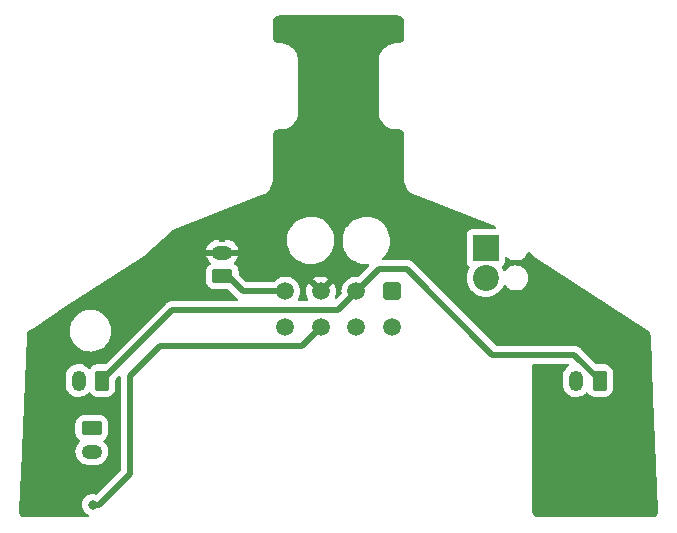
<source format=gbr>
%TF.GenerationSoftware,KiCad,Pcbnew,(6.0.0)*%
%TF.CreationDate,2023-10-09T13:50:17-07:00*%
%TF.ProjectId,minisb_bowden,6d696e69-7362-45f6-926f-7764656e2e6b,rev?*%
%TF.SameCoordinates,Original*%
%TF.FileFunction,Copper,L1,Top*%
%TF.FilePolarity,Positive*%
%FSLAX46Y46*%
G04 Gerber Fmt 4.6, Leading zero omitted, Abs format (unit mm)*
G04 Created by KiCad (PCBNEW (6.0.0)) date 2023-10-09 13:50:17*
%MOMM*%
%LPD*%
G01*
G04 APERTURE LIST*
G04 Aperture macros list*
%AMRoundRect*
0 Rectangle with rounded corners*
0 $1 Rounding radius*
0 $2 $3 $4 $5 $6 $7 $8 $9 X,Y pos of 4 corners*
0 Add a 4 corners polygon primitive as box body*
4,1,4,$2,$3,$4,$5,$6,$7,$8,$9,$2,$3,0*
0 Add four circle primitives for the rounded corners*
1,1,$1+$1,$2,$3*
1,1,$1+$1,$4,$5*
1,1,$1+$1,$6,$7*
1,1,$1+$1,$8,$9*
0 Add four rect primitives between the rounded corners*
20,1,$1+$1,$2,$3,$4,$5,0*
20,1,$1+$1,$4,$5,$6,$7,0*
20,1,$1+$1,$6,$7,$8,$9,0*
20,1,$1+$1,$8,$9,$2,$3,0*%
G04 Aperture macros list end*
%TA.AperFunction,ComponentPad*%
%ADD10RoundRect,0.250000X-0.625000X0.350000X-0.625000X-0.350000X0.625000X-0.350000X0.625000X0.350000X0*%
%TD*%
%TA.AperFunction,ComponentPad*%
%ADD11O,1.750000X1.200000*%
%TD*%
%TA.AperFunction,ComponentPad*%
%ADD12R,2.200000X2.200000*%
%TD*%
%TA.AperFunction,ComponentPad*%
%ADD13C,2.200000*%
%TD*%
%TA.AperFunction,ComponentPad*%
%ADD14RoundRect,0.250000X0.625000X-0.350000X0.625000X0.350000X-0.625000X0.350000X-0.625000X-0.350000X0*%
%TD*%
%TA.AperFunction,ComponentPad*%
%ADD15RoundRect,0.250000X0.500000X0.500000X-0.500000X0.500000X-0.500000X-0.500000X0.500000X-0.500000X0*%
%TD*%
%TA.AperFunction,ComponentPad*%
%ADD16C,1.500000*%
%TD*%
%TA.AperFunction,ComponentPad*%
%ADD17RoundRect,0.250000X0.350000X0.625000X-0.350000X0.625000X-0.350000X-0.625000X0.350000X-0.625000X0*%
%TD*%
%TA.AperFunction,ComponentPad*%
%ADD18O,1.200000X1.750000*%
%TD*%
%TA.AperFunction,ViaPad*%
%ADD19C,0.800000*%
%TD*%
%TA.AperFunction,Conductor*%
%ADD20C,0.500000*%
%TD*%
%TA.AperFunction,Conductor*%
%ADD21C,0.250000*%
%TD*%
G04 APERTURE END LIST*
D10*
%TO.P,HEF,1*%
%TO.N,24v*%
X104960000Y-101580000D03*
D11*
%TO.P,HEF,2*%
%TO.N,HEF*%
X104960000Y-103580000D03*
%TD*%
D12*
%TO.P,HE0,1*%
%TO.N,24v*%
X138310000Y-86320000D03*
D13*
%TO.P,HE0,2*%
%TO.N,HE0*%
X138310000Y-88860000D03*
%TD*%
D14*
%TO.P,TH0,1*%
%TO.N,TH0*%
X116000000Y-88710000D03*
D11*
%TO.P,TH0,2*%
%TO.N,GND*%
X116000000Y-86710000D03*
%TD*%
D15*
%TO.P,MCU,1*%
%TO.N,24v*%
X130352500Y-90000000D03*
D16*
%TO.P,MCU,2*%
%TO.N,PCF*%
X127352500Y-90000000D03*
%TO.P,MCU,3*%
%TO.N,GND*%
X124352500Y-90000000D03*
%TO.P,MCU,4*%
%TO.N,TH0*%
X121352500Y-90000000D03*
%TO.P,MCU,5*%
%TO.N,HE0*%
X130352500Y-93000000D03*
%TO.P,MCU,6*%
%TO.N,LED*%
X127352500Y-93000000D03*
%TO.P,MCU,7*%
%TO.N,5v*%
X124352500Y-93000000D03*
%TO.P,MCU,8*%
%TO.N,HEF*%
X121352500Y-93000000D03*
%TD*%
D17*
%TO.P,PCF,1*%
%TO.N,PCF*%
X147950000Y-97540000D03*
X147950000Y-97540000D03*
D18*
%TO.P,PCF,2*%
%TO.N,24v*%
X145950000Y-97540000D03*
X145950000Y-97540000D03*
%TD*%
D17*
%TO.P,PCF,1*%
%TO.N,PCF*%
X105840000Y-97540000D03*
D18*
%TO.P,PCF,2*%
%TO.N,24v*%
X103840000Y-97540000D03*
%TD*%
D19*
%TO.N,5v*%
X105020000Y-108060000D03*
%TO.N,GND*%
X100650000Y-96230000D03*
X143280000Y-104790000D03*
%TD*%
D20*
%TO.N,24v*%
X145620000Y-97540000D02*
X145950000Y-97540000D01*
D21*
X138540000Y-86350000D02*
X138340000Y-86350000D01*
X138340000Y-86350000D02*
X138310000Y-86320000D01*
D20*
%TO.N,5v*%
X110730000Y-94630000D02*
X122760000Y-94630000D01*
X108190000Y-97170000D02*
X110730000Y-94630000D01*
X105020000Y-108060000D02*
X105590000Y-108060000D01*
X108190000Y-105460000D02*
X108190000Y-97170000D01*
X105590000Y-108060000D02*
X108190000Y-105460000D01*
X122760000Y-94630000D02*
X124390000Y-93000000D01*
%TO.N,PCF*%
X105840000Y-97500000D02*
X111760000Y-91580000D01*
X138880000Y-95350000D02*
X145800000Y-95350000D01*
X125810000Y-91580000D02*
X127390000Y-90000000D01*
X145800000Y-95350000D02*
X147950000Y-97500000D01*
X127390000Y-90000000D02*
X129290000Y-88100000D01*
X129290000Y-88100000D02*
X131630000Y-88100000D01*
X111760000Y-91580000D02*
X125810000Y-91580000D01*
X147950000Y-97500000D02*
X147950000Y-97540000D01*
X131630000Y-88100000D02*
X138880000Y-95350000D01*
%TO.N,TH0*%
X121390000Y-90000000D02*
X117770000Y-90000000D01*
X117770000Y-90000000D02*
X116480000Y-88710000D01*
%TO.N,GND*%
X127100000Y-82910000D02*
X131750000Y-82910000D01*
X104290000Y-91050000D02*
X100650000Y-94690000D01*
X140440000Y-94190000D02*
X148100000Y-94190000D01*
X148100000Y-94190000D02*
X150250000Y-96340000D01*
X135540000Y-89290000D02*
X140440000Y-94190000D01*
X135540000Y-86700000D02*
X135540000Y-89290000D01*
X150250000Y-96340000D02*
X150250000Y-101160000D01*
X121100000Y-86710000D02*
X116480000Y-86710000D01*
X124352500Y-90000000D02*
X125980000Y-88372500D01*
X100650000Y-94690000D02*
X100650000Y-96230000D01*
X116000000Y-86710000D02*
X111250000Y-86710000D01*
X125980000Y-84030000D02*
X127100000Y-82910000D01*
X143290000Y-104800000D02*
X143280000Y-104790000D01*
X125980000Y-88372500D02*
X125980000Y-84030000D01*
X106910000Y-91050000D02*
X104290000Y-91050000D01*
X146610000Y-104800000D02*
X143290000Y-104800000D01*
X124390000Y-90000000D02*
X121100000Y-86710000D01*
X150250000Y-101160000D02*
X146610000Y-104800000D01*
X131750000Y-82910000D02*
X135540000Y-86700000D01*
X111250000Y-86710000D02*
X106910000Y-91050000D01*
%TD*%
%TA.AperFunction,Conductor*%
%TO.N,GND*%
G36*
X125413351Y-66634844D02*
G01*
X130868547Y-66634846D01*
X130887931Y-66636346D01*
X130902733Y-66638651D01*
X130902736Y-66638651D01*
X130911606Y-66640032D01*
X130920508Y-66638868D01*
X130920511Y-66638868D01*
X130920607Y-66638855D01*
X130951046Y-66638584D01*
X131013248Y-66645592D01*
X131040754Y-66651870D01*
X131117945Y-66678879D01*
X131143367Y-66691122D01*
X131158939Y-66700906D01*
X131212611Y-66734630D01*
X131234670Y-66752222D01*
X131292492Y-66810044D01*
X131310085Y-66832104D01*
X131331840Y-66866728D01*
X131353595Y-66901351D01*
X131365836Y-66926771D01*
X131392844Y-67003956D01*
X131399123Y-67031463D01*
X131405391Y-67087091D01*
X131406174Y-67102741D01*
X131406064Y-67111696D01*
X131404683Y-67120568D01*
X131405847Y-67129471D01*
X131405847Y-67129476D01*
X131408805Y-67152100D01*
X131409869Y-67168436D01*
X131409872Y-68440029D01*
X131408371Y-68459417D01*
X131406067Y-68474209D01*
X131406067Y-68474218D01*
X131404686Y-68483086D01*
X131405863Y-68492088D01*
X131406134Y-68522526D01*
X131399124Y-68584733D01*
X131392845Y-68612239D01*
X131365835Y-68689429D01*
X131353593Y-68714850D01*
X131310082Y-68784097D01*
X131292490Y-68806156D01*
X131234665Y-68863981D01*
X131212607Y-68881572D01*
X131177982Y-68903329D01*
X131143358Y-68925084D01*
X131117939Y-68937325D01*
X131040748Y-68964336D01*
X131013242Y-68970614D01*
X130957612Y-68976883D01*
X130941964Y-68977667D01*
X130933009Y-68977558D01*
X130924135Y-68976176D01*
X130895108Y-68979972D01*
X130892615Y-68980298D01*
X130876277Y-68981362D01*
X130812109Y-68981362D01*
X130791206Y-68979616D01*
X130777683Y-68977341D01*
X130776233Y-68977097D01*
X130776232Y-68977097D01*
X130771442Y-68976291D01*
X130765143Y-68976214D01*
X130763762Y-68976197D01*
X130763758Y-68976197D01*
X130758903Y-68976138D01*
X130744181Y-68978247D01*
X130735313Y-68979197D01*
X130557333Y-68991925D01*
X130543743Y-68992897D01*
X130539351Y-68993852D01*
X130539347Y-68993853D01*
X130458385Y-69011465D01*
X130332963Y-69038748D01*
X130130853Y-69114130D01*
X129941529Y-69217508D01*
X129768845Y-69346778D01*
X129616315Y-69499308D01*
X129487045Y-69671992D01*
X129383667Y-69861316D01*
X129308285Y-70063426D01*
X129262434Y-70274206D01*
X129262113Y-70278696D01*
X129249936Y-70448961D01*
X129248512Y-70460871D01*
X129245828Y-70476827D01*
X129245675Y-70489366D01*
X129247470Y-70501896D01*
X129249626Y-70516953D01*
X129250899Y-70534816D01*
X129250899Y-74711121D01*
X129249153Y-74732026D01*
X129245828Y-74751789D01*
X129245675Y-74764328D01*
X129247785Y-74779062D01*
X129248734Y-74787909D01*
X129254877Y-74873810D01*
X129262114Y-74974994D01*
X129262435Y-74979488D01*
X129308287Y-75190267D01*
X129309854Y-75194469D01*
X129309856Y-75194475D01*
X129354332Y-75313719D01*
X129383670Y-75392376D01*
X129487048Y-75581699D01*
X129489749Y-75585307D01*
X129613613Y-75750768D01*
X129616318Y-75754382D01*
X129768848Y-75906911D01*
X129941533Y-76036179D01*
X130130856Y-76139556D01*
X130135062Y-76141125D01*
X130135067Y-76141127D01*
X130310988Y-76206740D01*
X130332965Y-76214937D01*
X130518604Y-76255319D01*
X130539323Y-76259826D01*
X130543745Y-76260788D01*
X130548232Y-76261109D01*
X130548233Y-76261109D01*
X130570425Y-76262696D01*
X130718507Y-76273285D01*
X130730417Y-76274710D01*
X130741564Y-76276586D01*
X130741575Y-76276587D01*
X130746366Y-76277393D01*
X130752721Y-76277471D01*
X130754046Y-76277487D01*
X130754050Y-76277487D01*
X130758905Y-76277546D01*
X130786482Y-76273596D01*
X130804340Y-76272324D01*
X130835123Y-76272326D01*
X130868531Y-76272328D01*
X130887908Y-76273828D01*
X130902723Y-76276135D01*
X130902728Y-76276135D01*
X130911596Y-76277516D01*
X130920499Y-76276352D01*
X130920502Y-76276352D01*
X130920596Y-76276340D01*
X130951040Y-76276068D01*
X131013240Y-76283076D01*
X131040745Y-76289354D01*
X131117944Y-76316368D01*
X131143357Y-76328607D01*
X131212599Y-76372115D01*
X131212604Y-76372118D01*
X131234663Y-76389710D01*
X131292487Y-76447534D01*
X131310077Y-76469589D01*
X131353591Y-76538841D01*
X131365831Y-76564258D01*
X131392844Y-76641454D01*
X131399122Y-76668959D01*
X131405390Y-76724577D01*
X131406174Y-76740226D01*
X131406065Y-76749186D01*
X131404683Y-76758060D01*
X131406324Y-76770605D01*
X131408805Y-76789578D01*
X131409869Y-76805917D01*
X131409868Y-80389156D01*
X131408122Y-80410057D01*
X131404797Y-80429823D01*
X131404644Y-80442362D01*
X131405333Y-80447177D01*
X131405334Y-80447185D01*
X131406141Y-80452820D01*
X131407058Y-80461232D01*
X131407594Y-80468363D01*
X131422635Y-80668433D01*
X131473236Y-80889423D01*
X131474969Y-80893824D01*
X131474971Y-80893830D01*
X131482553Y-80913083D01*
X131556305Y-81100365D01*
X131669976Y-81296519D01*
X131672931Y-81300209D01*
X131672936Y-81300216D01*
X131808735Y-81469781D01*
X131811693Y-81473474D01*
X131978272Y-81627255D01*
X132165969Y-81754405D01*
X132170231Y-81756439D01*
X132170232Y-81756440D01*
X132336640Y-81835872D01*
X132346818Y-81841317D01*
X132358570Y-81848314D01*
X132364030Y-81850510D01*
X132365686Y-81851177D01*
X132365691Y-81851179D01*
X132370204Y-81852994D01*
X132374945Y-81854095D01*
X132374953Y-81854097D01*
X132397357Y-81859298D01*
X132414466Y-81864575D01*
X139120432Y-84468041D01*
X139176696Y-84511341D01*
X139200619Y-84578186D01*
X139184604Y-84647353D01*
X139133738Y-84696882D01*
X139074831Y-84711500D01*
X137161866Y-84711500D01*
X137099684Y-84718255D01*
X136963295Y-84769385D01*
X136846739Y-84856739D01*
X136759385Y-84973295D01*
X136708255Y-85109684D01*
X136701500Y-85171866D01*
X136701500Y-87468134D01*
X136708255Y-87530316D01*
X136759385Y-87666705D01*
X136846739Y-87783261D01*
X136894906Y-87819360D01*
X136917046Y-87835953D01*
X136959560Y-87892813D01*
X136964585Y-87963631D01*
X136948913Y-88002614D01*
X136928421Y-88036054D01*
X136872384Y-88127498D01*
X136870491Y-88132068D01*
X136870489Y-88132072D01*
X136796955Y-88309600D01*
X136775495Y-88361409D01*
X136774340Y-88366221D01*
X136723563Y-88577724D01*
X136716391Y-88607597D01*
X136696526Y-88860000D01*
X136716391Y-89112403D01*
X136717545Y-89117210D01*
X136717546Y-89117216D01*
X136741302Y-89216166D01*
X136775495Y-89358591D01*
X136777388Y-89363162D01*
X136777389Y-89363164D01*
X136870488Y-89587924D01*
X136872384Y-89592502D01*
X137004672Y-89808376D01*
X137169102Y-90000898D01*
X137361624Y-90165328D01*
X137577498Y-90297616D01*
X137582068Y-90299509D01*
X137582072Y-90299511D01*
X137806836Y-90392611D01*
X137811409Y-90394505D01*
X137896032Y-90414821D01*
X138052784Y-90452454D01*
X138052790Y-90452455D01*
X138057597Y-90453609D01*
X138310000Y-90473474D01*
X138562403Y-90453609D01*
X138567210Y-90452455D01*
X138567216Y-90452454D01*
X138723968Y-90414821D01*
X138808591Y-90394505D01*
X138813164Y-90392611D01*
X139037928Y-90299511D01*
X139037932Y-90299509D01*
X139042502Y-90297616D01*
X139258376Y-90165328D01*
X139450898Y-90000898D01*
X139615328Y-89808376D01*
X139747616Y-89592502D01*
X139749511Y-89587928D01*
X139749513Y-89587924D01*
X139779492Y-89515546D01*
X139824040Y-89460264D01*
X139891403Y-89437843D01*
X139960194Y-89455401D01*
X139994097Y-89484811D01*
X140086206Y-89599371D01*
X140086211Y-89599376D01*
X140090071Y-89604177D01*
X140094788Y-89608135D01*
X140094790Y-89608137D01*
X140171937Y-89672871D01*
X140249089Y-89737609D01*
X140254481Y-89740573D01*
X140254485Y-89740576D01*
X140425598Y-89834646D01*
X140430995Y-89837613D01*
X140628861Y-89900379D01*
X140634978Y-89901065D01*
X140634982Y-89901066D01*
X140711598Y-89909659D01*
X140790413Y-89918500D01*
X140902237Y-89918500D01*
X140905293Y-89918200D01*
X140905300Y-89918200D01*
X141050466Y-89903966D01*
X141050469Y-89903965D01*
X141056592Y-89903365D01*
X141215446Y-89855405D01*
X141249407Y-89845152D01*
X141249410Y-89845151D01*
X141255315Y-89843368D01*
X141264467Y-89838502D01*
X141433153Y-89748809D01*
X141433155Y-89748808D01*
X141438599Y-89745913D01*
X141544791Y-89659305D01*
X141594689Y-89618610D01*
X141594692Y-89618607D01*
X141599464Y-89614715D01*
X141617841Y-89592502D01*
X141727855Y-89459518D01*
X141731783Y-89454770D01*
X141734714Y-89449350D01*
X141827584Y-89277590D01*
X141827586Y-89277585D01*
X141830514Y-89272170D01*
X141891898Y-89073871D01*
X141895863Y-89036148D01*
X141912952Y-88873554D01*
X141912952Y-88873552D01*
X141913596Y-88867425D01*
X141903401Y-88755406D01*
X141895341Y-88666836D01*
X141895340Y-88666833D01*
X141894782Y-88660697D01*
X141877738Y-88602784D01*
X141837912Y-88467469D01*
X141836173Y-88461560D01*
X141740001Y-88277600D01*
X141609929Y-88115823D01*
X141597371Y-88105285D01*
X141455629Y-87986350D01*
X141450911Y-87982391D01*
X141445519Y-87979427D01*
X141445515Y-87979424D01*
X141274402Y-87885354D01*
X141269005Y-87882387D01*
X141071139Y-87819621D01*
X141065022Y-87818935D01*
X141065018Y-87818934D01*
X140988402Y-87810341D01*
X140909587Y-87801500D01*
X140797763Y-87801500D01*
X140794707Y-87801800D01*
X140794700Y-87801800D01*
X140649534Y-87816034D01*
X140649531Y-87816035D01*
X140643408Y-87816635D01*
X140511454Y-87856474D01*
X140450593Y-87874848D01*
X140450590Y-87874849D01*
X140444685Y-87876632D01*
X140439240Y-87879527D01*
X140439238Y-87879528D01*
X140266847Y-87971191D01*
X140266845Y-87971192D01*
X140261401Y-87974087D01*
X140201529Y-88022917D01*
X140105311Y-88101390D01*
X140105308Y-88101393D01*
X140100536Y-88105285D01*
X140096608Y-88110033D01*
X140096607Y-88110034D01*
X139992637Y-88235711D01*
X139933803Y-88275449D01*
X139862825Y-88277070D01*
X139802238Y-88240061D01*
X139779144Y-88203613D01*
X139749511Y-88132072D01*
X139749509Y-88132068D01*
X139747616Y-88127498D01*
X139691579Y-88036054D01*
X139671087Y-88002614D01*
X139652549Y-87934080D01*
X139674005Y-87866404D01*
X139702954Y-87835953D01*
X139725094Y-87819360D01*
X139773261Y-87783261D01*
X139860615Y-87666705D01*
X139911745Y-87530316D01*
X139918500Y-87468134D01*
X139918500Y-87190420D01*
X139938502Y-87122299D01*
X139992158Y-87075806D01*
X140062432Y-87065702D01*
X140125491Y-87093898D01*
X140163765Y-87126014D01*
X140249089Y-87197609D01*
X140254481Y-87200573D01*
X140254485Y-87200576D01*
X140298816Y-87224947D01*
X140430995Y-87297613D01*
X140628861Y-87360379D01*
X140634978Y-87361065D01*
X140634982Y-87361066D01*
X140711598Y-87369659D01*
X140790413Y-87378500D01*
X140902237Y-87378500D01*
X140905293Y-87378200D01*
X140905300Y-87378200D01*
X141050466Y-87363966D01*
X141050469Y-87363965D01*
X141056592Y-87363365D01*
X141195265Y-87321498D01*
X141249407Y-87305152D01*
X141249410Y-87305151D01*
X141255315Y-87303368D01*
X141262635Y-87299476D01*
X141433153Y-87208809D01*
X141433155Y-87208808D01*
X141438599Y-87205913D01*
X141512317Y-87145790D01*
X141594689Y-87078610D01*
X141594692Y-87078607D01*
X141599464Y-87074715D01*
X141606230Y-87066537D01*
X141727855Y-86919518D01*
X141731783Y-86914770D01*
X141738472Y-86902400D01*
X141830514Y-86732170D01*
X141831738Y-86732832D01*
X141872122Y-86683249D01*
X141939601Y-86661180D01*
X142008300Y-86679096D01*
X142026689Y-86692538D01*
X142354010Y-86980642D01*
X142368540Y-86995755D01*
X142378130Y-87007555D01*
X142378137Y-87007562D01*
X142381204Y-87011336D01*
X142390517Y-87019734D01*
X142394584Y-87022395D01*
X142418274Y-87037895D01*
X142430210Y-87046752D01*
X142449781Y-87063150D01*
X142508097Y-87107384D01*
X142521570Y-87116609D01*
X142522441Y-87117206D01*
X142536480Y-87128367D01*
X142555451Y-87145790D01*
X142559496Y-87148489D01*
X142561082Y-87149547D01*
X142565882Y-87152750D01*
X142591210Y-87164488D01*
X142606857Y-87173138D01*
X152001013Y-93275569D01*
X152016451Y-93287386D01*
X152034295Y-93303373D01*
X152042397Y-93307247D01*
X152047334Y-93310541D01*
X152067974Y-93323788D01*
X152120539Y-93367626D01*
X152141077Y-93389379D01*
X152192698Y-93459053D01*
X152207525Y-93485033D01*
X152213725Y-93499714D01*
X152241258Y-93564910D01*
X152249544Y-93593660D01*
X152259681Y-93655859D01*
X152261263Y-93672296D01*
X152261471Y-93679142D01*
X152260468Y-93688064D01*
X152264183Y-93709377D01*
X152265927Y-93719380D01*
X152267685Y-93735655D01*
X152488481Y-98923172D01*
X152898778Y-108562939D01*
X152898104Y-108582369D01*
X152896496Y-108596681D01*
X152895428Y-108606181D01*
X152896969Y-108615020D01*
X152897029Y-108617015D01*
X152898452Y-108645493D01*
X152893716Y-108710524D01*
X152888302Y-108738990D01*
X152887163Y-108742632D01*
X152863300Y-108818915D01*
X152863232Y-108819131D01*
X152851461Y-108845604D01*
X152848203Y-108851118D01*
X152808742Y-108917908D01*
X152791236Y-108940990D01*
X152733129Y-109001622D01*
X152710812Y-109020095D01*
X152640391Y-109065850D01*
X152614439Y-109078738D01*
X152535436Y-109107193D01*
X152507228Y-109113812D01*
X152448484Y-109120612D01*
X152432457Y-109121439D01*
X152424462Y-109121341D01*
X152415592Y-109119960D01*
X152406690Y-109121124D01*
X152406687Y-109121124D01*
X152384070Y-109124082D01*
X152367733Y-109125146D01*
X147996893Y-109125151D01*
X142799327Y-109125158D01*
X142779942Y-109123658D01*
X142765141Y-109121353D01*
X142765138Y-109121353D01*
X142756269Y-109119972D01*
X142747367Y-109121136D01*
X142747365Y-109121136D01*
X142747307Y-109121144D01*
X142747268Y-109121149D01*
X142716829Y-109121420D01*
X142654624Y-109114411D01*
X142627118Y-109108133D01*
X142549926Y-109081123D01*
X142524504Y-109068880D01*
X142455257Y-109025369D01*
X142433198Y-109007778D01*
X142375369Y-108949950D01*
X142357776Y-108927889D01*
X142314267Y-108858644D01*
X142302026Y-108833225D01*
X142275015Y-108756034D01*
X142268736Y-108728528D01*
X142262467Y-108672897D01*
X142261684Y-108657249D01*
X142261793Y-108648294D01*
X142263175Y-108639419D01*
X142259053Y-108607900D01*
X142257989Y-108591561D01*
X142257998Y-96435554D01*
X142258000Y-96434784D01*
X142258419Y-96366168D01*
X142258474Y-96357194D01*
X142256008Y-96348565D01*
X142256007Y-96348560D01*
X142250359Y-96328798D01*
X142246781Y-96312037D01*
X142243867Y-96291690D01*
X142243865Y-96291683D01*
X142242593Y-96282801D01*
X142238877Y-96274628D01*
X142237485Y-96269868D01*
X142237561Y-96198871D01*
X142276009Y-96139186D01*
X142340622Y-96109763D01*
X142358419Y-96108500D01*
X145269012Y-96108500D01*
X145337133Y-96128502D01*
X145383626Y-96182158D01*
X145393730Y-96252432D01*
X145364236Y-96317012D01*
X145341912Y-96337270D01*
X145227275Y-96418588D01*
X145222389Y-96422054D01*
X145076119Y-96574850D01*
X144961380Y-96752548D01*
X144882314Y-96948737D01*
X144841772Y-97156337D01*
X144841500Y-97161899D01*
X144841500Y-97867846D01*
X144856548Y-98025566D01*
X144916092Y-98228534D01*
X144918836Y-98233861D01*
X144918836Y-98233862D01*
X144966491Y-98326389D01*
X145012942Y-98416580D01*
X145143604Y-98582920D01*
X145148135Y-98586852D01*
X145148138Y-98586855D01*
X145234058Y-98661412D01*
X145303363Y-98721552D01*
X145308549Y-98724552D01*
X145308553Y-98724555D01*
X145404957Y-98780326D01*
X145486454Y-98827473D01*
X145686271Y-98896861D01*
X145692206Y-98897722D01*
X145692208Y-98897722D01*
X145889664Y-98926352D01*
X145889667Y-98926352D01*
X145895604Y-98927213D01*
X146106899Y-98917433D01*
X146238077Y-98885819D01*
X146306701Y-98869281D01*
X146306703Y-98869280D01*
X146312534Y-98867875D01*
X146317992Y-98865393D01*
X146317996Y-98865392D01*
X146433041Y-98813084D01*
X146505087Y-98780326D01*
X146677611Y-98657946D01*
X146681753Y-98653619D01*
X146681759Y-98653614D01*
X146768806Y-98562683D01*
X146830361Y-98527306D01*
X146901270Y-98530825D01*
X146959021Y-98572121D01*
X146966965Y-98583504D01*
X147001522Y-98639348D01*
X147126697Y-98764305D01*
X147132927Y-98768145D01*
X147132928Y-98768146D01*
X147270090Y-98852694D01*
X147277262Y-98857115D01*
X147302217Y-98865392D01*
X147438611Y-98910632D01*
X147438613Y-98910632D01*
X147445139Y-98912797D01*
X147451975Y-98913497D01*
X147451978Y-98913498D01*
X147490386Y-98917433D01*
X147549600Y-98923500D01*
X148350400Y-98923500D01*
X148353646Y-98923163D01*
X148353650Y-98923163D01*
X148449308Y-98913238D01*
X148449312Y-98913237D01*
X148456166Y-98912526D01*
X148462702Y-98910345D01*
X148462704Y-98910345D01*
X148597443Y-98865392D01*
X148623946Y-98856550D01*
X148774348Y-98763478D01*
X148899305Y-98638303D01*
X148936352Y-98578202D01*
X148988275Y-98493968D01*
X148988276Y-98493966D01*
X148992115Y-98487738D01*
X149047797Y-98319861D01*
X149058500Y-98215400D01*
X149058500Y-96864600D01*
X149047526Y-96758834D01*
X149043749Y-96747511D01*
X148993868Y-96598002D01*
X148991550Y-96591054D01*
X148898478Y-96440652D01*
X148773303Y-96315695D01*
X148734360Y-96291690D01*
X148628968Y-96226725D01*
X148628966Y-96226724D01*
X148622738Y-96222885D01*
X148508837Y-96185106D01*
X148461389Y-96169368D01*
X148461387Y-96169368D01*
X148454861Y-96167203D01*
X148448025Y-96166503D01*
X148448022Y-96166502D01*
X148404969Y-96162091D01*
X148350400Y-96156500D01*
X147731371Y-96156500D01*
X147663250Y-96136498D01*
X147642276Y-96119595D01*
X146383770Y-94861089D01*
X146371384Y-94846677D01*
X146362851Y-94835082D01*
X146362846Y-94835077D01*
X146358508Y-94829182D01*
X146352930Y-94824443D01*
X146352927Y-94824440D01*
X146318232Y-94794965D01*
X146310716Y-94788035D01*
X146305021Y-94782340D01*
X146298880Y-94777482D01*
X146282749Y-94764719D01*
X146279345Y-94761928D01*
X146229297Y-94719409D01*
X146229295Y-94719408D01*
X146223715Y-94714667D01*
X146217199Y-94711339D01*
X146212150Y-94707972D01*
X146207021Y-94704805D01*
X146201284Y-94700266D01*
X146135125Y-94669345D01*
X146131225Y-94667439D01*
X146121498Y-94662472D01*
X146066192Y-94634231D01*
X146059084Y-94632492D01*
X146053441Y-94630393D01*
X146047678Y-94628476D01*
X146041050Y-94625378D01*
X145969583Y-94610513D01*
X145965299Y-94609543D01*
X145894390Y-94592192D01*
X145888788Y-94591844D01*
X145888785Y-94591844D01*
X145883236Y-94591500D01*
X145883238Y-94591464D01*
X145879245Y-94591225D01*
X145875053Y-94590851D01*
X145867885Y-94589360D01*
X145801675Y-94591151D01*
X145790479Y-94591454D01*
X145787072Y-94591500D01*
X139246371Y-94591500D01*
X139178250Y-94571498D01*
X139157276Y-94554595D01*
X132213770Y-87611089D01*
X132201384Y-87596677D01*
X132192851Y-87585082D01*
X132192846Y-87585077D01*
X132188508Y-87579182D01*
X132182930Y-87574443D01*
X132182927Y-87574440D01*
X132148232Y-87544965D01*
X132140716Y-87538035D01*
X132135021Y-87532340D01*
X132120493Y-87520846D01*
X132112749Y-87514719D01*
X132109345Y-87511928D01*
X132059297Y-87469409D01*
X132059295Y-87469408D01*
X132053715Y-87464667D01*
X132047199Y-87461339D01*
X132042150Y-87457972D01*
X132037021Y-87454805D01*
X132031284Y-87450266D01*
X131965125Y-87419345D01*
X131961225Y-87417439D01*
X131896192Y-87384231D01*
X131889084Y-87382492D01*
X131883441Y-87380393D01*
X131877678Y-87378476D01*
X131871050Y-87375378D01*
X131799583Y-87360513D01*
X131795299Y-87359543D01*
X131761011Y-87351153D01*
X131724390Y-87342192D01*
X131718788Y-87341844D01*
X131718785Y-87341844D01*
X131713236Y-87341500D01*
X131713238Y-87341464D01*
X131709245Y-87341225D01*
X131705053Y-87340851D01*
X131697885Y-87339360D01*
X131631675Y-87341151D01*
X131620479Y-87341454D01*
X131617072Y-87341500D01*
X129675178Y-87341500D01*
X129607057Y-87321498D01*
X129560564Y-87267842D01*
X129550460Y-87197568D01*
X129579954Y-87132988D01*
X129587651Y-87124863D01*
X129604855Y-87108249D01*
X129688752Y-87027231D01*
X129861688Y-86805882D01*
X129863884Y-86802078D01*
X129863889Y-86802071D01*
X129999935Y-86566431D01*
X130002136Y-86562619D01*
X130107362Y-86302176D01*
X130109031Y-86295482D01*
X130174253Y-86033893D01*
X130174254Y-86033888D01*
X130175317Y-86029624D01*
X130179734Y-85987603D01*
X130204219Y-85754636D01*
X130204219Y-85754633D01*
X130204678Y-85750267D01*
X130203804Y-85725230D01*
X130195029Y-85473939D01*
X130195028Y-85473933D01*
X130194875Y-85469542D01*
X130189312Y-85437989D01*
X130146860Y-85197236D01*
X130146098Y-85192913D01*
X130059297Y-84925765D01*
X129936160Y-84673298D01*
X129933705Y-84669659D01*
X129933702Y-84669653D01*
X129826919Y-84511341D01*
X129779085Y-84440424D01*
X129591129Y-84231678D01*
X129375950Y-84051121D01*
X129137736Y-83902269D01*
X128881125Y-83788018D01*
X128611110Y-83710593D01*
X128606760Y-83709982D01*
X128606757Y-83709981D01*
X128503810Y-83695513D01*
X128332948Y-83671500D01*
X128122354Y-83671500D01*
X128120168Y-83671653D01*
X128120164Y-83671653D01*
X127916673Y-83685882D01*
X127916668Y-83685883D01*
X127912288Y-83686189D01*
X127637530Y-83744591D01*
X127633401Y-83746094D01*
X127633397Y-83746095D01*
X127377719Y-83839154D01*
X127377715Y-83839156D01*
X127373574Y-83840663D01*
X127125558Y-83972536D01*
X127121999Y-83975122D01*
X127121997Y-83975123D01*
X127012704Y-84054529D01*
X126898308Y-84137642D01*
X126696248Y-84332769D01*
X126523312Y-84554118D01*
X126521116Y-84557922D01*
X126521111Y-84557929D01*
X126434077Y-84708677D01*
X126382864Y-84797381D01*
X126277638Y-85057824D01*
X126276573Y-85062097D01*
X126276572Y-85062099D01*
X126226592Y-85262559D01*
X126209683Y-85330376D01*
X126209224Y-85334744D01*
X126209223Y-85334749D01*
X126180959Y-85603671D01*
X126180322Y-85609733D01*
X126180475Y-85614121D01*
X126180475Y-85614127D01*
X126189257Y-85865593D01*
X126190125Y-85890458D01*
X126190887Y-85894781D01*
X126190888Y-85894788D01*
X126214664Y-86029624D01*
X126238902Y-86167087D01*
X126325703Y-86434235D01*
X126327631Y-86438188D01*
X126327633Y-86438193D01*
X126346074Y-86476002D01*
X126448840Y-86686702D01*
X126451295Y-86690341D01*
X126451298Y-86690347D01*
X126460127Y-86703436D01*
X126605915Y-86919576D01*
X126793871Y-87128322D01*
X126797233Y-87131143D01*
X126797234Y-87131144D01*
X126817905Y-87148489D01*
X127009050Y-87308879D01*
X127247264Y-87457731D01*
X127503875Y-87571982D01*
X127567026Y-87590090D01*
X127698213Y-87627707D01*
X127773890Y-87649407D01*
X127778240Y-87650018D01*
X127778243Y-87650019D01*
X127881190Y-87664487D01*
X128052052Y-87688500D01*
X128262646Y-87688500D01*
X128264829Y-87688347D01*
X128264839Y-87688347D01*
X128320170Y-87684478D01*
X128389520Y-87699680D01*
X128439642Y-87749962D01*
X128454622Y-87819360D01*
X128429706Y-87885841D01*
X128418053Y-87899266D01*
X127603820Y-88713499D01*
X127541508Y-88747525D01*
X127503747Y-88749925D01*
X127352500Y-88736693D01*
X127133129Y-88755885D01*
X126920424Y-88812880D01*
X126829947Y-88855070D01*
X126725834Y-88903618D01*
X126725829Y-88903621D01*
X126720847Y-88905944D01*
X126716340Y-88909100D01*
X126716338Y-88909101D01*
X126544973Y-89029092D01*
X126544970Y-89029094D01*
X126540462Y-89032251D01*
X126384751Y-89187962D01*
X126381594Y-89192470D01*
X126381592Y-89192473D01*
X126265275Y-89358591D01*
X126258444Y-89368347D01*
X126256121Y-89373329D01*
X126256118Y-89373334D01*
X126208915Y-89474562D01*
X126165380Y-89567924D01*
X126108385Y-89780629D01*
X126089193Y-90000000D01*
X126102425Y-90151245D01*
X126088436Y-90220848D01*
X126065999Y-90251320D01*
X125741889Y-90575430D01*
X125679577Y-90609456D01*
X125608762Y-90604391D01*
X125551926Y-90561844D01*
X125527115Y-90495324D01*
X125536813Y-90442741D01*
X125534943Y-90442060D01*
X125540572Y-90426595D01*
X125594696Y-90224599D01*
X125596599Y-90213804D01*
X125614826Y-90005475D01*
X125614826Y-89994525D01*
X125596599Y-89786196D01*
X125594696Y-89775401D01*
X125540572Y-89573405D01*
X125536826Y-89563113D01*
X125448446Y-89373583D01*
X125442966Y-89364093D01*
X125414089Y-89322851D01*
X125403614Y-89314477D01*
X125390167Y-89321545D01*
X124441595Y-90270116D01*
X124379283Y-90304141D01*
X124308467Y-90299076D01*
X124263405Y-90270116D01*
X123314111Y-89320822D01*
X123302338Y-89314394D01*
X123290324Y-89323689D01*
X123262034Y-89364093D01*
X123256554Y-89373583D01*
X123168174Y-89563113D01*
X123164428Y-89573405D01*
X123110304Y-89775401D01*
X123108401Y-89786196D01*
X123090174Y-89994525D01*
X123090174Y-90005475D01*
X123108401Y-90213804D01*
X123110304Y-90224599D01*
X123164428Y-90426595D01*
X123168174Y-90436887D01*
X123256554Y-90626416D01*
X123260063Y-90632493D01*
X123276806Y-90701487D01*
X123253589Y-90768581D01*
X123197785Y-90812471D01*
X123150948Y-90821500D01*
X122554633Y-90821500D01*
X122486512Y-90801498D01*
X122440019Y-90747842D01*
X122429915Y-90677568D01*
X122445074Y-90633770D01*
X122446556Y-90631653D01*
X122539620Y-90432076D01*
X122596615Y-90219371D01*
X122615807Y-90000000D01*
X122596615Y-89780629D01*
X122539620Y-89567924D01*
X122496085Y-89474562D01*
X122448882Y-89373334D01*
X122448879Y-89373329D01*
X122446556Y-89368347D01*
X122439725Y-89358591D01*
X122323408Y-89192473D01*
X122323406Y-89192470D01*
X122320249Y-89187962D01*
X122164538Y-89032251D01*
X122045483Y-88948887D01*
X123666977Y-88948887D01*
X123674045Y-88962334D01*
X124339689Y-89627979D01*
X124353632Y-89635592D01*
X124355466Y-89635461D01*
X124362080Y-89631210D01*
X125031680Y-88961609D01*
X125038107Y-88949839D01*
X125028813Y-88937825D01*
X124988412Y-88909536D01*
X124978916Y-88904053D01*
X124789387Y-88815674D01*
X124779095Y-88811928D01*
X124577099Y-88757804D01*
X124566304Y-88755901D01*
X124357975Y-88737674D01*
X124347025Y-88737674D01*
X124138696Y-88755901D01*
X124127901Y-88757804D01*
X123925905Y-88811928D01*
X123915613Y-88815674D01*
X123726083Y-88904054D01*
X123716593Y-88909534D01*
X123675351Y-88938411D01*
X123666977Y-88948887D01*
X122045483Y-88948887D01*
X121984154Y-88905944D01*
X121784576Y-88812880D01*
X121571871Y-88755885D01*
X121352500Y-88736693D01*
X121133129Y-88755885D01*
X120920424Y-88812880D01*
X120829947Y-88855070D01*
X120725834Y-88903618D01*
X120725829Y-88903621D01*
X120720847Y-88905944D01*
X120716340Y-88909100D01*
X120716338Y-88909101D01*
X120544973Y-89029092D01*
X120544970Y-89029094D01*
X120540462Y-89032251D01*
X120384751Y-89187962D01*
X120381594Y-89192471D01*
X120378216Y-89196496D01*
X120319105Y-89235819D01*
X120281698Y-89241500D01*
X118136371Y-89241500D01*
X118068250Y-89221498D01*
X118047276Y-89204595D01*
X117420405Y-88577724D01*
X117386379Y-88515412D01*
X117383500Y-88488629D01*
X117383500Y-88309600D01*
X117383163Y-88306350D01*
X117373238Y-88210692D01*
X117373237Y-88210688D01*
X117372526Y-88203834D01*
X117316550Y-88036054D01*
X117223478Y-87885652D01*
X117098303Y-87760695D01*
X117092069Y-87756852D01*
X117046310Y-87728645D01*
X116998817Y-87675873D01*
X116987395Y-87605801D01*
X117015669Y-87540677D01*
X117034597Y-87522298D01*
X117037856Y-87519738D01*
X117046506Y-87511501D01*
X117177212Y-87360877D01*
X117184147Y-87351153D01*
X117284010Y-87178533D01*
X117288984Y-87167669D01*
X117354407Y-86979273D01*
X117354648Y-86978284D01*
X117353180Y-86967992D01*
X117339615Y-86964000D01*
X116991104Y-86964000D01*
X116922983Y-86943998D01*
X116876490Y-86890342D01*
X116865794Y-86824829D01*
X116867786Y-86805882D01*
X116877863Y-86710002D01*
X116865794Y-86595170D01*
X116878566Y-86525332D01*
X116927068Y-86473485D01*
X116991104Y-86456000D01*
X117335402Y-86456000D01*
X117348933Y-86452027D01*
X117350288Y-86442601D01*
X117328806Y-86353463D01*
X117324917Y-86342168D01*
X117242371Y-86160618D01*
X117236424Y-86150276D01*
X117121032Y-85987603D01*
X117113239Y-85978575D01*
X116969169Y-85840658D01*
X116959804Y-85833262D01*
X116792259Y-85725079D01*
X116781655Y-85719583D01*
X116596688Y-85645039D01*
X116585230Y-85641645D01*
X116421818Y-85609733D01*
X121480322Y-85609733D01*
X121480475Y-85614121D01*
X121480475Y-85614127D01*
X121489257Y-85865593D01*
X121490125Y-85890458D01*
X121490887Y-85894781D01*
X121490888Y-85894788D01*
X121514664Y-86029624D01*
X121538902Y-86167087D01*
X121625703Y-86434235D01*
X121627631Y-86438188D01*
X121627633Y-86438193D01*
X121646074Y-86476002D01*
X121748840Y-86686702D01*
X121751295Y-86690341D01*
X121751298Y-86690347D01*
X121760127Y-86703436D01*
X121905915Y-86919576D01*
X122093871Y-87128322D01*
X122097233Y-87131143D01*
X122097234Y-87131144D01*
X122117905Y-87148489D01*
X122309050Y-87308879D01*
X122547264Y-87457731D01*
X122803875Y-87571982D01*
X122867026Y-87590090D01*
X122998213Y-87627707D01*
X123073890Y-87649407D01*
X123078240Y-87650018D01*
X123078243Y-87650019D01*
X123181190Y-87664487D01*
X123352052Y-87688500D01*
X123562646Y-87688500D01*
X123564832Y-87688347D01*
X123564836Y-87688347D01*
X123768327Y-87674118D01*
X123768332Y-87674117D01*
X123772712Y-87673811D01*
X124047470Y-87615409D01*
X124051599Y-87613906D01*
X124051603Y-87613905D01*
X124307281Y-87520846D01*
X124307285Y-87520844D01*
X124311426Y-87519337D01*
X124559442Y-87387464D01*
X124563892Y-87384231D01*
X124783129Y-87224947D01*
X124783132Y-87224944D01*
X124786692Y-87222358D01*
X124800723Y-87208809D01*
X124904855Y-87108249D01*
X124988752Y-87027231D01*
X125161688Y-86805882D01*
X125163884Y-86802078D01*
X125163889Y-86802071D01*
X125299935Y-86566431D01*
X125302136Y-86562619D01*
X125407362Y-86302176D01*
X125409031Y-86295482D01*
X125474253Y-86033893D01*
X125474254Y-86033888D01*
X125475317Y-86029624D01*
X125479734Y-85987603D01*
X125504219Y-85754636D01*
X125504219Y-85754633D01*
X125504678Y-85750267D01*
X125503804Y-85725230D01*
X125495029Y-85473939D01*
X125495028Y-85473933D01*
X125494875Y-85469542D01*
X125489312Y-85437989D01*
X125446860Y-85197236D01*
X125446098Y-85192913D01*
X125359297Y-84925765D01*
X125236160Y-84673298D01*
X125233705Y-84669659D01*
X125233702Y-84669653D01*
X125126919Y-84511341D01*
X125079085Y-84440424D01*
X124891129Y-84231678D01*
X124675950Y-84051121D01*
X124437736Y-83902269D01*
X124181125Y-83788018D01*
X123911110Y-83710593D01*
X123906760Y-83709982D01*
X123906757Y-83709981D01*
X123803810Y-83695513D01*
X123632948Y-83671500D01*
X123422354Y-83671500D01*
X123420168Y-83671653D01*
X123420164Y-83671653D01*
X123216673Y-83685882D01*
X123216668Y-83685883D01*
X123212288Y-83686189D01*
X122937530Y-83744591D01*
X122933401Y-83746094D01*
X122933397Y-83746095D01*
X122677719Y-83839154D01*
X122677715Y-83839156D01*
X122673574Y-83840663D01*
X122425558Y-83972536D01*
X122421999Y-83975122D01*
X122421997Y-83975123D01*
X122312704Y-84054529D01*
X122198308Y-84137642D01*
X121996248Y-84332769D01*
X121823312Y-84554118D01*
X121821116Y-84557922D01*
X121821111Y-84557929D01*
X121734077Y-84708677D01*
X121682864Y-84797381D01*
X121577638Y-85057824D01*
X121576573Y-85062097D01*
X121576572Y-85062099D01*
X121526592Y-85262559D01*
X121509683Y-85330376D01*
X121509224Y-85334744D01*
X121509223Y-85334749D01*
X121480959Y-85603671D01*
X121480322Y-85609733D01*
X116421818Y-85609733D01*
X116388072Y-85603143D01*
X116379209Y-85602066D01*
X116376500Y-85602000D01*
X116272115Y-85602000D01*
X116256876Y-85606475D01*
X116255671Y-85607865D01*
X116254000Y-85615548D01*
X116254000Y-85707793D01*
X116233998Y-85775914D01*
X116180342Y-85822407D01*
X116110068Y-85832511D01*
X116101803Y-85831040D01*
X116089263Y-85828374D01*
X116089259Y-85828374D01*
X116082806Y-85827002D01*
X115897192Y-85827002D01*
X115890740Y-85828373D01*
X115885167Y-85828959D01*
X115815329Y-85816185D01*
X115763484Y-85767682D01*
X115746000Y-85703649D01*
X115746000Y-85620115D01*
X115741525Y-85604876D01*
X115740135Y-85603671D01*
X115732452Y-85602000D01*
X115675168Y-85602000D01*
X115669192Y-85602285D01*
X115520506Y-85616471D01*
X115508772Y-85618730D01*
X115317401Y-85674872D01*
X115306325Y-85679302D01*
X115129022Y-85770619D01*
X115118976Y-85777069D01*
X114962143Y-85900262D01*
X114953494Y-85908499D01*
X114822788Y-86059123D01*
X114815853Y-86068847D01*
X114715990Y-86241467D01*
X114711016Y-86252331D01*
X114645593Y-86440727D01*
X114645352Y-86441716D01*
X114646820Y-86452008D01*
X114660385Y-86456000D01*
X114988894Y-86456000D01*
X115057015Y-86476002D01*
X115103508Y-86529658D01*
X115114204Y-86595170D01*
X115102135Y-86710002D01*
X115112213Y-86805882D01*
X115114204Y-86824829D01*
X115101432Y-86894668D01*
X115052930Y-86946514D01*
X114988894Y-86964000D01*
X114664598Y-86964000D01*
X114651067Y-86967973D01*
X114649712Y-86977399D01*
X114671194Y-87066537D01*
X114675083Y-87077832D01*
X114757629Y-87259382D01*
X114763576Y-87269724D01*
X114878968Y-87432397D01*
X114886761Y-87441425D01*
X114977757Y-87528535D01*
X115013133Y-87590090D01*
X115009614Y-87661000D01*
X114968317Y-87718750D01*
X114956947Y-87726685D01*
X114900652Y-87761522D01*
X114775695Y-87886697D01*
X114771855Y-87892927D01*
X114771854Y-87892928D01*
X114746488Y-87934080D01*
X114682885Y-88037262D01*
X114627203Y-88205139D01*
X114626503Y-88211975D01*
X114626502Y-88211978D01*
X114623625Y-88240061D01*
X114616500Y-88309600D01*
X114616500Y-89110400D01*
X114616837Y-89113646D01*
X114616837Y-89113650D01*
X114625016Y-89192473D01*
X114627474Y-89216166D01*
X114629655Y-89222702D01*
X114629655Y-89222704D01*
X114660273Y-89314477D01*
X114683450Y-89383946D01*
X114776522Y-89534348D01*
X114901697Y-89659305D01*
X114907927Y-89663145D01*
X114907928Y-89663146D01*
X115042201Y-89745913D01*
X115052262Y-89752115D01*
X115122220Y-89775319D01*
X115213611Y-89805632D01*
X115213613Y-89805632D01*
X115220139Y-89807797D01*
X115226975Y-89808497D01*
X115226978Y-89808498D01*
X115270031Y-89812909D01*
X115324600Y-89818500D01*
X116463629Y-89818500D01*
X116531750Y-89838502D01*
X116552724Y-89855405D01*
X117186230Y-90488911D01*
X117198616Y-90503323D01*
X117207149Y-90514918D01*
X117207154Y-90514923D01*
X117211492Y-90520818D01*
X117217070Y-90525557D01*
X117217073Y-90525560D01*
X117251768Y-90555035D01*
X117259284Y-90561965D01*
X117264979Y-90567660D01*
X117267861Y-90569940D01*
X117287251Y-90585281D01*
X117290656Y-90588072D01*
X117304079Y-90599476D01*
X117343042Y-90658825D01*
X117343734Y-90729819D01*
X117305934Y-90789916D01*
X117241644Y-90820037D01*
X117222498Y-90821500D01*
X111827069Y-90821500D01*
X111808121Y-90820067D01*
X111800780Y-90818950D01*
X111793883Y-90817901D01*
X111793881Y-90817901D01*
X111786651Y-90816801D01*
X111779359Y-90817394D01*
X111779356Y-90817394D01*
X111733982Y-90821085D01*
X111723767Y-90821500D01*
X111715707Y-90821500D01*
X111705088Y-90822738D01*
X111687493Y-90824789D01*
X111683118Y-90825222D01*
X111617661Y-90830546D01*
X111617658Y-90830547D01*
X111610363Y-90831140D01*
X111603399Y-90833396D01*
X111597440Y-90834587D01*
X111591585Y-90835971D01*
X111584319Y-90836818D01*
X111515673Y-90861735D01*
X111511545Y-90863152D01*
X111449064Y-90883393D01*
X111449062Y-90883394D01*
X111442101Y-90885649D01*
X111435846Y-90889445D01*
X111430372Y-90891951D01*
X111424942Y-90894670D01*
X111418063Y-90897167D01*
X111357016Y-90937191D01*
X111353327Y-90939518D01*
X111333135Y-90951771D01*
X111295693Y-90974491D01*
X111295688Y-90974495D01*
X111290892Y-90977405D01*
X111282516Y-90984803D01*
X111282493Y-90984777D01*
X111279503Y-90987426D01*
X111276264Y-90990134D01*
X111270148Y-90994144D01*
X111265121Y-90999451D01*
X111265117Y-90999454D01*
X111216872Y-91050383D01*
X111214494Y-91052825D01*
X106147724Y-96119595D01*
X106085412Y-96153621D01*
X106058629Y-96156500D01*
X105439600Y-96156500D01*
X105436354Y-96156837D01*
X105436350Y-96156837D01*
X105340692Y-96166762D01*
X105340688Y-96166763D01*
X105333834Y-96167474D01*
X105327298Y-96169655D01*
X105327296Y-96169655D01*
X105239726Y-96198871D01*
X105166054Y-96223450D01*
X105015652Y-96316522D01*
X104890695Y-96441697D01*
X104886855Y-96447927D01*
X104886854Y-96447928D01*
X104858926Y-96493236D01*
X104806154Y-96540729D01*
X104736082Y-96552153D01*
X104670958Y-96523879D01*
X104652582Y-96504955D01*
X104646396Y-96497080D01*
X104641865Y-96493148D01*
X104641862Y-96493145D01*
X104491167Y-96362379D01*
X104486637Y-96358448D01*
X104481451Y-96355448D01*
X104481447Y-96355445D01*
X104308742Y-96255533D01*
X104303546Y-96252527D01*
X104103729Y-96183139D01*
X104097794Y-96182278D01*
X104097792Y-96182278D01*
X103900336Y-96153648D01*
X103900333Y-96153648D01*
X103894396Y-96152787D01*
X103683101Y-96162567D01*
X103551923Y-96194181D01*
X103483299Y-96210719D01*
X103483297Y-96210720D01*
X103477466Y-96212125D01*
X103472008Y-96214607D01*
X103472004Y-96214608D01*
X103356959Y-96266916D01*
X103284913Y-96299674D01*
X103112389Y-96422054D01*
X102966119Y-96574850D01*
X102851380Y-96752548D01*
X102772314Y-96948737D01*
X102731772Y-97156337D01*
X102731500Y-97161899D01*
X102731500Y-97867846D01*
X102746548Y-98025566D01*
X102806092Y-98228534D01*
X102808836Y-98233861D01*
X102808836Y-98233862D01*
X102856491Y-98326389D01*
X102902942Y-98416580D01*
X103033604Y-98582920D01*
X103038135Y-98586852D01*
X103038138Y-98586855D01*
X103124058Y-98661412D01*
X103193363Y-98721552D01*
X103198549Y-98724552D01*
X103198553Y-98724555D01*
X103294957Y-98780326D01*
X103376454Y-98827473D01*
X103576271Y-98896861D01*
X103582206Y-98897722D01*
X103582208Y-98897722D01*
X103779664Y-98926352D01*
X103779667Y-98926352D01*
X103785604Y-98927213D01*
X103996899Y-98917433D01*
X104128077Y-98885819D01*
X104196701Y-98869281D01*
X104196703Y-98869280D01*
X104202534Y-98867875D01*
X104207992Y-98865393D01*
X104207996Y-98865392D01*
X104323041Y-98813084D01*
X104395087Y-98780326D01*
X104567611Y-98657946D01*
X104571753Y-98653619D01*
X104571759Y-98653614D01*
X104658806Y-98562683D01*
X104720361Y-98527306D01*
X104791270Y-98530825D01*
X104849021Y-98572121D01*
X104856965Y-98583504D01*
X104891522Y-98639348D01*
X105016697Y-98764305D01*
X105022927Y-98768145D01*
X105022928Y-98768146D01*
X105160090Y-98852694D01*
X105167262Y-98857115D01*
X105192217Y-98865392D01*
X105328611Y-98910632D01*
X105328613Y-98910632D01*
X105335139Y-98912797D01*
X105341975Y-98913497D01*
X105341978Y-98913498D01*
X105380386Y-98917433D01*
X105439600Y-98923500D01*
X106240400Y-98923500D01*
X106243646Y-98923163D01*
X106243650Y-98923163D01*
X106339308Y-98913238D01*
X106339312Y-98913237D01*
X106346166Y-98912526D01*
X106352702Y-98910345D01*
X106352704Y-98910345D01*
X106487443Y-98865392D01*
X106513946Y-98856550D01*
X106664348Y-98763478D01*
X106789305Y-98638303D01*
X106826352Y-98578202D01*
X106878275Y-98493968D01*
X106878276Y-98493966D01*
X106882115Y-98487738D01*
X106937797Y-98319861D01*
X106948500Y-98215400D01*
X106948500Y-97516371D01*
X106968502Y-97448250D01*
X106985405Y-97427276D01*
X107216405Y-97196276D01*
X107278717Y-97162250D01*
X107349532Y-97167315D01*
X107406368Y-97209862D01*
X107431179Y-97276382D01*
X107431500Y-97285371D01*
X107431500Y-105093629D01*
X107411498Y-105161750D01*
X107394595Y-105182724D01*
X105419607Y-107157712D01*
X105357295Y-107191738D01*
X105302753Y-107189017D01*
X105302288Y-107191206D01*
X105121944Y-107152872D01*
X105121939Y-107152872D01*
X105115487Y-107151500D01*
X104924513Y-107151500D01*
X104918061Y-107152872D01*
X104918056Y-107152872D01*
X104831112Y-107171353D01*
X104737712Y-107191206D01*
X104731682Y-107193891D01*
X104731681Y-107193891D01*
X104569278Y-107266197D01*
X104569276Y-107266198D01*
X104563248Y-107268882D01*
X104408747Y-107381134D01*
X104280960Y-107523056D01*
X104185473Y-107688444D01*
X104126458Y-107870072D01*
X104106496Y-108060000D01*
X104126458Y-108249928D01*
X104185473Y-108431556D01*
X104280960Y-108596944D01*
X104285378Y-108601851D01*
X104285379Y-108601852D01*
X104376286Y-108702814D01*
X104408747Y-108738866D01*
X104461025Y-108776848D01*
X104557063Y-108846624D01*
X104563248Y-108851118D01*
X104569276Y-108853802D01*
X104569278Y-108853803D01*
X104637210Y-108884048D01*
X104691306Y-108930028D01*
X104711955Y-108997955D01*
X104692603Y-109066264D01*
X104639392Y-109113265D01*
X104585962Y-109125155D01*
X99340007Y-109125158D01*
X99320622Y-109123658D01*
X99305821Y-109121353D01*
X99305818Y-109121353D01*
X99296949Y-109119972D01*
X99288045Y-109121136D01*
X99286043Y-109121112D01*
X99257541Y-109121322D01*
X99192778Y-109113826D01*
X99164567Y-109107207D01*
X99085560Y-109078750D01*
X99059610Y-109065862D01*
X98989190Y-109020108D01*
X98966868Y-109001631D01*
X98908769Y-108941006D01*
X98891259Y-108917921D01*
X98890503Y-108916642D01*
X98848540Y-108845619D01*
X98836769Y-108819146D01*
X98811698Y-108738998D01*
X98806285Y-108710534D01*
X98801990Y-108651557D01*
X98801846Y-108635511D01*
X98802284Y-108627523D01*
X98804040Y-108618723D01*
X98802680Y-108603215D01*
X98801262Y-108587048D01*
X98800894Y-108570681D01*
X99011252Y-103628399D01*
X99015627Y-103525604D01*
X103572787Y-103525604D01*
X103582567Y-103736899D01*
X103632125Y-103942534D01*
X103634607Y-103947992D01*
X103634608Y-103947996D01*
X103678053Y-104043546D01*
X103719674Y-104135087D01*
X103842054Y-104307611D01*
X103994850Y-104453881D01*
X104172548Y-104568620D01*
X104178114Y-104570863D01*
X104363168Y-104645442D01*
X104363171Y-104645443D01*
X104368737Y-104647686D01*
X104576337Y-104688228D01*
X104581899Y-104688500D01*
X105287846Y-104688500D01*
X105445566Y-104673452D01*
X105648534Y-104613908D01*
X105732111Y-104570863D01*
X105831249Y-104519804D01*
X105831252Y-104519802D01*
X105836580Y-104517058D01*
X106002920Y-104386396D01*
X106006852Y-104381865D01*
X106006855Y-104381862D01*
X106137621Y-104231167D01*
X106141552Y-104226637D01*
X106144552Y-104221451D01*
X106144555Y-104221447D01*
X106244467Y-104048742D01*
X106247473Y-104043546D01*
X106316861Y-103843729D01*
X106347213Y-103634396D01*
X106337433Y-103423101D01*
X106287875Y-103217466D01*
X106244525Y-103122122D01*
X106202806Y-103030368D01*
X106200326Y-103024913D01*
X106077946Y-102852389D01*
X106073619Y-102848247D01*
X106073614Y-102848241D01*
X105982683Y-102761194D01*
X105947306Y-102699639D01*
X105950825Y-102628730D01*
X105992121Y-102570979D01*
X106003504Y-102563035D01*
X106059348Y-102528478D01*
X106184305Y-102403303D01*
X106277115Y-102252738D01*
X106332797Y-102084861D01*
X106343500Y-101980400D01*
X106343500Y-101179600D01*
X106332526Y-101073834D01*
X106276550Y-100906054D01*
X106183478Y-100755652D01*
X106058303Y-100630695D01*
X106052072Y-100626854D01*
X105913968Y-100541725D01*
X105913966Y-100541724D01*
X105907738Y-100537885D01*
X105747254Y-100484655D01*
X105746389Y-100484368D01*
X105746387Y-100484368D01*
X105739861Y-100482203D01*
X105733025Y-100481503D01*
X105733022Y-100481502D01*
X105689969Y-100477091D01*
X105635400Y-100471500D01*
X104284600Y-100471500D01*
X104281354Y-100471837D01*
X104281350Y-100471837D01*
X104185692Y-100481762D01*
X104185688Y-100481763D01*
X104178834Y-100482474D01*
X104172298Y-100484655D01*
X104172296Y-100484655D01*
X104040194Y-100528728D01*
X104011054Y-100538450D01*
X103860652Y-100631522D01*
X103735695Y-100756697D01*
X103642885Y-100907262D01*
X103587203Y-101075139D01*
X103576500Y-101179600D01*
X103576500Y-101980400D01*
X103587474Y-102086166D01*
X103643450Y-102253946D01*
X103736522Y-102404348D01*
X103861697Y-102529305D01*
X103867927Y-102533145D01*
X103867928Y-102533146D01*
X103913236Y-102561074D01*
X103960729Y-102613846D01*
X103972153Y-102683918D01*
X103943879Y-102749042D01*
X103924955Y-102767418D01*
X103917080Y-102773604D01*
X103913148Y-102778135D01*
X103913145Y-102778138D01*
X103844474Y-102857275D01*
X103778448Y-102933363D01*
X103775448Y-102938549D01*
X103775445Y-102938553D01*
X103728312Y-103020026D01*
X103672527Y-103116454D01*
X103603139Y-103316271D01*
X103572787Y-103525604D01*
X99015627Y-103525604D01*
X99431990Y-93743369D01*
X99434311Y-93724079D01*
X99439001Y-93700579D01*
X99438217Y-93691641D01*
X99438539Y-93685767D01*
X99439449Y-93661196D01*
X99450458Y-93593649D01*
X99458744Y-93564897D01*
X99492477Y-93485021D01*
X99507309Y-93459032D01*
X99558924Y-93389366D01*
X99579466Y-93367609D01*
X99627860Y-93327250D01*
X99641215Y-93317523D01*
X99647003Y-93313863D01*
X99655191Y-93310190D01*
X99679382Y-93289560D01*
X99692501Y-93279770D01*
X99693580Y-93279069D01*
X103087672Y-93279069D01*
X103087896Y-93283735D01*
X103087896Y-93283741D01*
X103088839Y-93303373D01*
X103089391Y-93314857D01*
X103100209Y-93540064D01*
X103117435Y-93626666D01*
X103140650Y-93743374D01*
X103151185Y-93796340D01*
X103152764Y-93800738D01*
X103152766Y-93800745D01*
X103200049Y-93932439D01*
X103239481Y-94042265D01*
X103363158Y-94272439D01*
X103519498Y-94481803D01*
X103522805Y-94485081D01*
X103522810Y-94485087D01*
X103701751Y-94662472D01*
X103705067Y-94665759D01*
X103915787Y-94820266D01*
X103919922Y-94822442D01*
X103919926Y-94822444D01*
X103980560Y-94854345D01*
X104147031Y-94941930D01*
X104393718Y-95028077D01*
X104398311Y-95028949D01*
X104645840Y-95075944D01*
X104645843Y-95075944D01*
X104650429Y-95076815D01*
X104774455Y-95081688D01*
X104906855Y-95086890D01*
X104906860Y-95086890D01*
X104911523Y-95087073D01*
X105013143Y-95075944D01*
X105166613Y-95059137D01*
X105166619Y-95059136D01*
X105171266Y-95058627D01*
X105175790Y-95057436D01*
X105419429Y-94993291D01*
X105419431Y-94993290D01*
X105423952Y-94992100D01*
X105428249Y-94990254D01*
X105659734Y-94890800D01*
X105659736Y-94890799D01*
X105664028Y-94888955D01*
X105886222Y-94751457D01*
X105950348Y-94697171D01*
X106082085Y-94585648D01*
X106082087Y-94585646D01*
X106085652Y-94582628D01*
X106257936Y-94386175D01*
X106331094Y-94272439D01*
X106396763Y-94170344D01*
X106399291Y-94166414D01*
X106506610Y-93928175D01*
X106507880Y-93923672D01*
X106576267Y-93681193D01*
X106576268Y-93681190D01*
X106577537Y-93676689D01*
X106589993Y-93578775D01*
X106610114Y-93420613D01*
X106610114Y-93420607D01*
X106610512Y-93417482D01*
X106612928Y-93325217D01*
X106605172Y-93220848D01*
X106593910Y-93069291D01*
X106593909Y-93069287D01*
X106593564Y-93064639D01*
X106582230Y-93014548D01*
X106536927Y-92814343D01*
X106535896Y-92809786D01*
X106534203Y-92805432D01*
X106442886Y-92570609D01*
X106442885Y-92570606D01*
X106441193Y-92566256D01*
X106417536Y-92524864D01*
X106368647Y-92439328D01*
X106311533Y-92339399D01*
X106149766Y-92134199D01*
X105959446Y-91955163D01*
X105757698Y-91815205D01*
X105748595Y-91808890D01*
X105748592Y-91808888D01*
X105744753Y-91806225D01*
X105740563Y-91804159D01*
X105740560Y-91804157D01*
X105514591Y-91692722D01*
X105514588Y-91692721D01*
X105510403Y-91690657D01*
X105261546Y-91610997D01*
X105256939Y-91610247D01*
X105256936Y-91610246D01*
X105008258Y-91569746D01*
X105008259Y-91569746D01*
X105003647Y-91568995D01*
X104876859Y-91567335D01*
X104747051Y-91565636D01*
X104747048Y-91565636D01*
X104742374Y-91565575D01*
X104483464Y-91600811D01*
X104232607Y-91673929D01*
X104228372Y-91675881D01*
X104228365Y-91675884D01*
X104051741Y-91757310D01*
X103995313Y-91783324D01*
X103984784Y-91790227D01*
X103780707Y-91924025D01*
X103780702Y-91924029D01*
X103776794Y-91926591D01*
X103581852Y-92100583D01*
X103414769Y-92301478D01*
X103279216Y-92524864D01*
X103277407Y-92529178D01*
X103277406Y-92529180D01*
X103188787Y-92740513D01*
X103178170Y-92765831D01*
X103177019Y-92770363D01*
X103177018Y-92770366D01*
X103167007Y-92809786D01*
X103113851Y-93019087D01*
X103087672Y-93279069D01*
X99693580Y-93279069D01*
X100023677Y-93064639D01*
X102804071Y-91258500D01*
X109086625Y-87177364D01*
X109105091Y-87167448D01*
X109123507Y-87159454D01*
X109134105Y-87152750D01*
X109159086Y-87130908D01*
X109170821Y-87121812D01*
X109190627Y-87108249D01*
X109190637Y-87108242D01*
X109191894Y-87107381D01*
X109250213Y-87063145D01*
X109263539Y-87051979D01*
X109278071Y-87041468D01*
X109295833Y-87030456D01*
X109299966Y-87027894D01*
X109309480Y-87019725D01*
X109327607Y-86998501D01*
X109340153Y-86985768D01*
X111798976Y-84821556D01*
X111814505Y-84809883D01*
X111834726Y-84796998D01*
X111846350Y-84783717D01*
X111863592Y-84767410D01*
X111875565Y-84758056D01*
X111887700Y-84749672D01*
X111924284Y-84727439D01*
X111937331Y-84720522D01*
X111939572Y-84719497D01*
X111944545Y-84717224D01*
X111969937Y-84708743D01*
X111970240Y-84708677D01*
X111970244Y-84708676D01*
X111979007Y-84706754D01*
X112006906Y-84691500D01*
X112021748Y-84684597D01*
X119278293Y-81867381D01*
X119298411Y-81861444D01*
X119313269Y-81858376D01*
X119313275Y-81858374D01*
X119318036Y-81857391D01*
X119322592Y-81855686D01*
X119322596Y-81855685D01*
X119325225Y-81854701D01*
X119325227Y-81854700D01*
X119329781Y-81852996D01*
X119338968Y-81847826D01*
X119346479Y-81843926D01*
X119351938Y-81841320D01*
X119534018Y-81754406D01*
X119537925Y-81751759D01*
X119537929Y-81751757D01*
X119600353Y-81709469D01*
X119721716Y-81627255D01*
X119888296Y-81473473D01*
X120027051Y-81300216D01*
X120027053Y-81300214D01*
X120027056Y-81300209D01*
X120030014Y-81296516D01*
X120143685Y-81100361D01*
X120217435Y-80913083D01*
X120225023Y-80893813D01*
X120225023Y-80893811D01*
X120226754Y-80889417D01*
X120254812Y-80766875D01*
X120276300Y-80673030D01*
X120276301Y-80673025D01*
X120277354Y-80668425D01*
X120291531Y-80479820D01*
X120292923Y-80468363D01*
X120294384Y-80459681D01*
X120295190Y-80454891D01*
X120295343Y-80442352D01*
X120291392Y-80414764D01*
X120290119Y-80396902D01*
X120290125Y-76813663D01*
X120291625Y-76794277D01*
X120293930Y-76779477D01*
X120293930Y-76779474D01*
X120295311Y-76770605D01*
X120294134Y-76761604D01*
X120293863Y-76731165D01*
X120300872Y-76668959D01*
X120307151Y-76641451D01*
X120334162Y-76564260D01*
X120346403Y-76538842D01*
X120389911Y-76469597D01*
X120407504Y-76447536D01*
X120465334Y-76389706D01*
X120487391Y-76372115D01*
X120556636Y-76328604D01*
X120582058Y-76316361D01*
X120659254Y-76289348D01*
X120686760Y-76283070D01*
X120712410Y-76280179D01*
X120742381Y-76276802D01*
X120758025Y-76276018D01*
X120766991Y-76276127D01*
X120775861Y-76277508D01*
X120784761Y-76276344D01*
X120784763Y-76276344D01*
X120807378Y-76273386D01*
X120823718Y-76272322D01*
X120866248Y-76272322D01*
X120887149Y-76274068D01*
X120906915Y-76277393D01*
X120913270Y-76277471D01*
X120914595Y-76277487D01*
X120914599Y-76277487D01*
X120919454Y-76277546D01*
X120934182Y-76275437D01*
X120943041Y-76274487D01*
X121052492Y-76266658D01*
X121134611Y-76260784D01*
X121253112Y-76235005D01*
X121340982Y-76215890D01*
X121340986Y-76215889D01*
X121345389Y-76214931D01*
X121349608Y-76213357D01*
X121349616Y-76213355D01*
X121543276Y-76141122D01*
X121543280Y-76141120D01*
X121547495Y-76139548D01*
X121736817Y-76036169D01*
X121909499Y-75906900D01*
X122062027Y-75754372D01*
X122191296Y-75581690D01*
X122294675Y-75392368D01*
X122324009Y-75313722D01*
X122368482Y-75194489D01*
X122368484Y-75194481D01*
X122370058Y-75190262D01*
X122379039Y-75148981D01*
X122414953Y-74983886D01*
X122415911Y-74979484D01*
X122423470Y-74873810D01*
X122428411Y-74804730D01*
X122429836Y-74792815D01*
X122430765Y-74787294D01*
X122432520Y-74776866D01*
X122432673Y-74764327D01*
X122428721Y-74736729D01*
X122427449Y-74718868D01*
X122427449Y-70542563D01*
X122429195Y-70521659D01*
X122431713Y-70506690D01*
X122432520Y-70501896D01*
X122432673Y-70489357D01*
X122430564Y-70474629D01*
X122429614Y-70465770D01*
X122421785Y-70356319D01*
X122415911Y-70274200D01*
X122390132Y-70155699D01*
X122371017Y-70067829D01*
X122371014Y-70067818D01*
X122370058Y-70063422D01*
X122368484Y-70059203D01*
X122368482Y-70059195D01*
X122296249Y-69865535D01*
X122296246Y-69865528D01*
X122294675Y-69861316D01*
X122191296Y-69671994D01*
X122062027Y-69499312D01*
X121909499Y-69346784D01*
X121736817Y-69217515D01*
X121547495Y-69114136D01*
X121543280Y-69112564D01*
X121543276Y-69112562D01*
X121349616Y-69040329D01*
X121349608Y-69040327D01*
X121345389Y-69038753D01*
X121340986Y-69037795D01*
X121340982Y-69037794D01*
X121253112Y-69018679D01*
X121134611Y-68992900D01*
X121061540Y-68987673D01*
X120959857Y-68980400D01*
X120947951Y-68978976D01*
X120931993Y-68976291D01*
X120925630Y-68976213D01*
X120924318Y-68976197D01*
X120924313Y-68976197D01*
X120919454Y-68976138D01*
X120904734Y-68978246D01*
X120891856Y-68980090D01*
X120873995Y-68981362D01*
X120831459Y-68981362D01*
X120812072Y-68979862D01*
X120797272Y-68977557D01*
X120797269Y-68977557D01*
X120788401Y-68976176D01*
X120779399Y-68977353D01*
X120748961Y-68977624D01*
X120686754Y-68970614D01*
X120659247Y-68964335D01*
X120582056Y-68937324D01*
X120556637Y-68925083D01*
X120527592Y-68906833D01*
X120487390Y-68881572D01*
X120465332Y-68863982D01*
X120407502Y-68806153D01*
X120389910Y-68784094D01*
X120346398Y-68714845D01*
X120334157Y-68689427D01*
X120307144Y-68612231D01*
X120300866Y-68584725D01*
X120294598Y-68529106D01*
X120293814Y-68513458D01*
X120293923Y-68504497D01*
X120295305Y-68495623D01*
X120291183Y-68464106D01*
X120290119Y-68447765D01*
X120290125Y-67176175D01*
X120291625Y-67156792D01*
X120293930Y-67141991D01*
X120293930Y-67141987D01*
X120295311Y-67133118D01*
X120294134Y-67124117D01*
X120293863Y-67093679D01*
X120300872Y-67031472D01*
X120307151Y-67003964D01*
X120334160Y-66926777D01*
X120346399Y-66901360D01*
X120389917Y-66832102D01*
X120407505Y-66810049D01*
X120465331Y-66752223D01*
X120487383Y-66734636D01*
X120556637Y-66691120D01*
X120582052Y-66678880D01*
X120659249Y-66651867D01*
X120686755Y-66645589D01*
X120701094Y-66643973D01*
X120742377Y-66639321D01*
X120758022Y-66638537D01*
X120766982Y-66638646D01*
X120775856Y-66640028D01*
X120807375Y-66635906D01*
X120823713Y-66634842D01*
X125413351Y-66634844D01*
G37*
%TD.AperFunction*%
%TD*%
M02*

</source>
